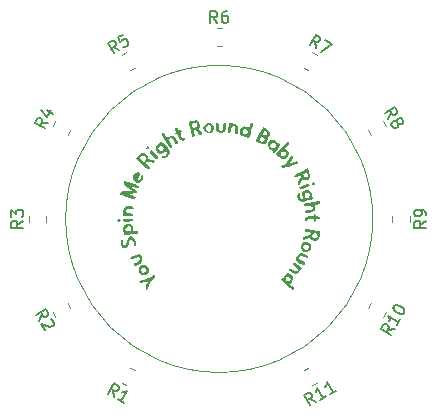
<source format=gbr>
%TF.GenerationSoftware,KiCad,Pcbnew,9.0.4*%
%TF.CreationDate,2026-01-01T20:18:17+00:00*%
%TF.ProjectId,rotary-switch,726f7461-7279-42d7-9377-697463682e6b,rev?*%
%TF.SameCoordinates,Original*%
%TF.FileFunction,Legend,Top*%
%TF.FilePolarity,Positive*%
%FSLAX46Y46*%
G04 Gerber Fmt 4.6, Leading zero omitted, Abs format (unit mm)*
G04 Created by KiCad (PCBNEW 9.0.4) date 2026-01-01 20:18:17*
%MOMM*%
%LPD*%
G01*
G04 APERTURE LIST*
%ADD10C,0.150000*%
%ADD11C,0.120000*%
%ADD12C,0.000000*%
%ADD13C,0.100000*%
G04 APERTURE END LIST*
D10*
X119392677Y-72736241D02*
X118865907Y-72490515D01*
X118897806Y-73021955D02*
X118397806Y-72155930D01*
X118397806Y-72155930D02*
X118727720Y-71965454D01*
X118727720Y-71965454D02*
X118834008Y-71959074D01*
X118834008Y-71959074D02*
X118899057Y-71976504D01*
X118899057Y-71976504D02*
X118987915Y-72035173D01*
X118987915Y-72035173D02*
X119059344Y-72158891D01*
X119059344Y-72158891D02*
X119065724Y-72265179D01*
X119065724Y-72265179D02*
X119048294Y-72330228D01*
X119048294Y-72330228D02*
X118989625Y-72419086D01*
X118989625Y-72419086D02*
X118659710Y-72609562D01*
X120217463Y-72260050D02*
X119722592Y-72545765D01*
X119970028Y-72402908D02*
X119470028Y-71536882D01*
X119470028Y-71536882D02*
X119458978Y-71708219D01*
X119458978Y-71708219D02*
X119424118Y-71838317D01*
X119424118Y-71838317D02*
X119365449Y-71927175D01*
X121042250Y-71783860D02*
X120547378Y-72069574D01*
X120794814Y-71926717D02*
X120294814Y-71060692D01*
X120294814Y-71060692D02*
X120283764Y-71232029D01*
X120283764Y-71232029D02*
X120248904Y-71362126D01*
X120248904Y-71362126D02*
X120190235Y-71450985D01*
X126037383Y-66562142D02*
X125458323Y-66612722D01*
X125751668Y-67057013D02*
X124885643Y-66557013D01*
X124885643Y-66557013D02*
X125076119Y-66227099D01*
X125076119Y-66227099D02*
X125164978Y-66168430D01*
X125164978Y-66168430D02*
X125230026Y-66151000D01*
X125230026Y-66151000D02*
X125336315Y-66157380D01*
X125336315Y-66157380D02*
X125460032Y-66228808D01*
X125460032Y-66228808D02*
X125518702Y-66317667D01*
X125518702Y-66317667D02*
X125536131Y-66382716D01*
X125536131Y-66382716D02*
X125529752Y-66489004D01*
X125529752Y-66489004D02*
X125339275Y-66818918D01*
X126513573Y-65737356D02*
X126227859Y-66232227D01*
X126370716Y-65984791D02*
X125504691Y-65484791D01*
X125504691Y-65484791D02*
X125580790Y-65638699D01*
X125580790Y-65638699D02*
X125615649Y-65768796D01*
X125615649Y-65768796D02*
X125609269Y-65875084D01*
X125957072Y-64701245D02*
X126004691Y-64618766D01*
X126004691Y-64618766D02*
X126093549Y-64560097D01*
X126093549Y-64560097D02*
X126158598Y-64542667D01*
X126158598Y-64542667D02*
X126264886Y-64549047D01*
X126264886Y-64549047D02*
X126453653Y-64603046D01*
X126453653Y-64603046D02*
X126659849Y-64722093D01*
X126659849Y-64722093D02*
X126800997Y-64858571D01*
X126800997Y-64858571D02*
X126859666Y-64947429D01*
X126859666Y-64947429D02*
X126877096Y-65012478D01*
X126877096Y-65012478D02*
X126870716Y-65118766D01*
X126870716Y-65118766D02*
X126823097Y-65201245D01*
X126823097Y-65201245D02*
X126734239Y-65259914D01*
X126734239Y-65259914D02*
X126669190Y-65277343D01*
X126669190Y-65277343D02*
X126562902Y-65270964D01*
X126562902Y-65270964D02*
X126374135Y-65216965D01*
X126374135Y-65216965D02*
X126167938Y-65097917D01*
X126167938Y-65097917D02*
X126026791Y-64961440D01*
X126026791Y-64961440D02*
X125968122Y-64872582D01*
X125968122Y-64872582D02*
X125950692Y-64807533D01*
X125950692Y-64807533D02*
X125957072Y-64701245D01*
X128704823Y-57416664D02*
X128228632Y-57749997D01*
X128704823Y-57988092D02*
X127704823Y-57988092D01*
X127704823Y-57988092D02*
X127704823Y-57607140D01*
X127704823Y-57607140D02*
X127752442Y-57511902D01*
X127752442Y-57511902D02*
X127800061Y-57464283D01*
X127800061Y-57464283D02*
X127895299Y-57416664D01*
X127895299Y-57416664D02*
X128038156Y-57416664D01*
X128038156Y-57416664D02*
X128133394Y-57464283D01*
X128133394Y-57464283D02*
X128181013Y-57511902D01*
X128181013Y-57511902D02*
X128228632Y-57607140D01*
X128228632Y-57607140D02*
X128228632Y-57988092D01*
X128704823Y-56940473D02*
X128704823Y-56749997D01*
X128704823Y-56749997D02*
X128657204Y-56654759D01*
X128657204Y-56654759D02*
X128609584Y-56607140D01*
X128609584Y-56607140D02*
X128466727Y-56511902D01*
X128466727Y-56511902D02*
X128276251Y-56464283D01*
X128276251Y-56464283D02*
X127895299Y-56464283D01*
X127895299Y-56464283D02*
X127800061Y-56511902D01*
X127800061Y-56511902D02*
X127752442Y-56559521D01*
X127752442Y-56559521D02*
X127704823Y-56654759D01*
X127704823Y-56654759D02*
X127704823Y-56845235D01*
X127704823Y-56845235D02*
X127752442Y-56940473D01*
X127752442Y-56940473D02*
X127800061Y-56988092D01*
X127800061Y-56988092D02*
X127895299Y-57035711D01*
X127895299Y-57035711D02*
X128133394Y-57035711D01*
X128133394Y-57035711D02*
X128228632Y-56988092D01*
X128228632Y-56988092D02*
X128276251Y-56940473D01*
X128276251Y-56940473D02*
X128323870Y-56845235D01*
X128323870Y-56845235D02*
X128323870Y-56654759D01*
X128323870Y-56654759D02*
X128276251Y-56559521D01*
X128276251Y-56559521D02*
X128228632Y-56511902D01*
X128228632Y-56511902D02*
X128133394Y-56464283D01*
X125487710Y-48805071D02*
X125733436Y-48278300D01*
X125201995Y-48310199D02*
X126068021Y-47810199D01*
X126068021Y-47810199D02*
X126258497Y-48140114D01*
X126258497Y-48140114D02*
X126264877Y-48246402D01*
X126264877Y-48246402D02*
X126247447Y-48311451D01*
X126247447Y-48311451D02*
X126188778Y-48400309D01*
X126188778Y-48400309D02*
X126065060Y-48471738D01*
X126065060Y-48471738D02*
X125958772Y-48478117D01*
X125958772Y-48478117D02*
X125893723Y-48460687D01*
X125893723Y-48460687D02*
X125804865Y-48402018D01*
X125804865Y-48402018D02*
X125614388Y-48072104D01*
X126268296Y-49014228D02*
X126261916Y-48907940D01*
X126261916Y-48907940D02*
X126279346Y-48842891D01*
X126279346Y-48842891D02*
X126338015Y-48754033D01*
X126338015Y-48754033D02*
X126379254Y-48730223D01*
X126379254Y-48730223D02*
X126485542Y-48723844D01*
X126485542Y-48723844D02*
X126550591Y-48741273D01*
X126550591Y-48741273D02*
X126639449Y-48799943D01*
X126639449Y-48799943D02*
X126734687Y-48964900D01*
X126734687Y-48964900D02*
X126741067Y-49071188D01*
X126741067Y-49071188D02*
X126723637Y-49136237D01*
X126723637Y-49136237D02*
X126664968Y-49225095D01*
X126664968Y-49225095D02*
X126623729Y-49248905D01*
X126623729Y-49248905D02*
X126517441Y-49255284D01*
X126517441Y-49255284D02*
X126452392Y-49237855D01*
X126452392Y-49237855D02*
X126363534Y-49179185D01*
X126363534Y-49179185D02*
X126268296Y-49014228D01*
X126268296Y-49014228D02*
X126179437Y-48955559D01*
X126179437Y-48955559D02*
X126114388Y-48938129D01*
X126114388Y-48938129D02*
X126008100Y-48944509D01*
X126008100Y-48944509D02*
X125843143Y-49039747D01*
X125843143Y-49039747D02*
X125784474Y-49128606D01*
X125784474Y-49128606D02*
X125767044Y-49193654D01*
X125767044Y-49193654D02*
X125773424Y-49299943D01*
X125773424Y-49299943D02*
X125868662Y-49464900D01*
X125868662Y-49464900D02*
X125957520Y-49523569D01*
X125957520Y-49523569D02*
X126022569Y-49540999D01*
X126022569Y-49540999D02*
X126128857Y-49534619D01*
X126128857Y-49534619D02*
X126293814Y-49439381D01*
X126293814Y-49439381D02*
X126352484Y-49350522D01*
X126352484Y-49350522D02*
X126369913Y-49285474D01*
X126369913Y-49285474D02*
X126363534Y-49179185D01*
X119350251Y-42789622D02*
X119299671Y-42210563D01*
X118855379Y-42503908D02*
X119355379Y-41637883D01*
X119355379Y-41637883D02*
X119685294Y-41828359D01*
X119685294Y-41828359D02*
X119743963Y-41917217D01*
X119743963Y-41917217D02*
X119761392Y-41982266D01*
X119761392Y-41982266D02*
X119755013Y-42088554D01*
X119755013Y-42088554D02*
X119683584Y-42212272D01*
X119683584Y-42212272D02*
X119594726Y-42270941D01*
X119594726Y-42270941D02*
X119529677Y-42288371D01*
X119529677Y-42288371D02*
X119423389Y-42281991D01*
X119423389Y-42281991D02*
X119093474Y-42091515D01*
X120138926Y-42090264D02*
X120716276Y-42423597D01*
X120716276Y-42423597D02*
X119845122Y-43075337D01*
X111027337Y-40648814D02*
X110694004Y-40172623D01*
X110455909Y-40648814D02*
X110455909Y-39648814D01*
X110455909Y-39648814D02*
X110836861Y-39648814D01*
X110836861Y-39648814D02*
X110932099Y-39696433D01*
X110932099Y-39696433D02*
X110979718Y-39744052D01*
X110979718Y-39744052D02*
X111027337Y-39839290D01*
X111027337Y-39839290D02*
X111027337Y-39982147D01*
X111027337Y-39982147D02*
X110979718Y-40077385D01*
X110979718Y-40077385D02*
X110932099Y-40125004D01*
X110932099Y-40125004D02*
X110836861Y-40172623D01*
X110836861Y-40172623D02*
X110455909Y-40172623D01*
X111884480Y-39648814D02*
X111694004Y-39648814D01*
X111694004Y-39648814D02*
X111598766Y-39696433D01*
X111598766Y-39696433D02*
X111551147Y-39744052D01*
X111551147Y-39744052D02*
X111455909Y-39886909D01*
X111455909Y-39886909D02*
X111408290Y-40077385D01*
X111408290Y-40077385D02*
X111408290Y-40458337D01*
X111408290Y-40458337D02*
X111455909Y-40553575D01*
X111455909Y-40553575D02*
X111503528Y-40601195D01*
X111503528Y-40601195D02*
X111598766Y-40648814D01*
X111598766Y-40648814D02*
X111789242Y-40648814D01*
X111789242Y-40648814D02*
X111884480Y-40601195D01*
X111884480Y-40601195D02*
X111932099Y-40553575D01*
X111932099Y-40553575D02*
X111979718Y-40458337D01*
X111979718Y-40458337D02*
X111979718Y-40220242D01*
X111979718Y-40220242D02*
X111932099Y-40125004D01*
X111932099Y-40125004D02*
X111884480Y-40077385D01*
X111884480Y-40077385D02*
X111789242Y-40029766D01*
X111789242Y-40029766D02*
X111598766Y-40029766D01*
X111598766Y-40029766D02*
X111503528Y-40077385D01*
X111503528Y-40077385D02*
X111455909Y-40125004D01*
X111455909Y-40125004D02*
X111408290Y-40220242D01*
X102749077Y-42956283D02*
X102222306Y-42710557D01*
X102254205Y-43241998D02*
X101754205Y-42375972D01*
X101754205Y-42375972D02*
X102084120Y-42185496D01*
X102084120Y-42185496D02*
X102190408Y-42179116D01*
X102190408Y-42179116D02*
X102255457Y-42196546D01*
X102255457Y-42196546D02*
X102344315Y-42255215D01*
X102344315Y-42255215D02*
X102415744Y-42378933D01*
X102415744Y-42378933D02*
X102422123Y-42485221D01*
X102422123Y-42485221D02*
X102404693Y-42550270D01*
X102404693Y-42550270D02*
X102346024Y-42639128D01*
X102346024Y-42639128D02*
X102016110Y-42829605D01*
X103032624Y-41637877D02*
X102620231Y-41875972D01*
X102620231Y-41875972D02*
X102817087Y-42312175D01*
X102817087Y-42312175D02*
X102834516Y-42247126D01*
X102834516Y-42247126D02*
X102893185Y-42158268D01*
X102893185Y-42158268D02*
X103099382Y-42039220D01*
X103099382Y-42039220D02*
X103205670Y-42032840D01*
X103205670Y-42032840D02*
X103270719Y-42050270D01*
X103270719Y-42050270D02*
X103359577Y-42108939D01*
X103359577Y-42108939D02*
X103478625Y-42315136D01*
X103478625Y-42315136D02*
X103485005Y-42421424D01*
X103485005Y-42421424D02*
X103467575Y-42486473D01*
X103467575Y-42486473D02*
X103408906Y-42575331D01*
X103408906Y-42575331D02*
X103202709Y-42694379D01*
X103202709Y-42694379D02*
X103096421Y-42700758D01*
X103096421Y-42700758D02*
X103031372Y-42683329D01*
X96733624Y-49093739D02*
X96154565Y-49144319D01*
X96447910Y-49588611D02*
X95581885Y-49088611D01*
X95581885Y-49088611D02*
X95772361Y-48758696D01*
X95772361Y-48758696D02*
X95861219Y-48700027D01*
X95861219Y-48700027D02*
X95926268Y-48682598D01*
X95926268Y-48682598D02*
X96032556Y-48688977D01*
X96032556Y-48688977D02*
X96156274Y-48760406D01*
X96156274Y-48760406D02*
X96214943Y-48849264D01*
X96214943Y-48849264D02*
X96232373Y-48914313D01*
X96232373Y-48914313D02*
X96225993Y-49020601D01*
X96225993Y-49020601D02*
X96035517Y-49350516D01*
X96584845Y-48018098D02*
X97162196Y-48351432D01*
X96135883Y-48033819D02*
X96635425Y-48597158D01*
X96635425Y-48597158D02*
X96944949Y-48061047D01*
X94592818Y-57416660D02*
X94116627Y-57749993D01*
X94592818Y-57988088D02*
X93592818Y-57988088D01*
X93592818Y-57988088D02*
X93592818Y-57607136D01*
X93592818Y-57607136D02*
X93640437Y-57511898D01*
X93640437Y-57511898D02*
X93688056Y-57464279D01*
X93688056Y-57464279D02*
X93783294Y-57416660D01*
X93783294Y-57416660D02*
X93926151Y-57416660D01*
X93926151Y-57416660D02*
X94021389Y-57464279D01*
X94021389Y-57464279D02*
X94069008Y-57511898D01*
X94069008Y-57511898D02*
X94116627Y-57607136D01*
X94116627Y-57607136D02*
X94116627Y-57988088D01*
X93592818Y-57083326D02*
X93592818Y-56464279D01*
X93592818Y-56464279D02*
X93973770Y-56797612D01*
X93973770Y-56797612D02*
X93973770Y-56654755D01*
X93973770Y-56654755D02*
X94021389Y-56559517D01*
X94021389Y-56559517D02*
X94069008Y-56511898D01*
X94069008Y-56511898D02*
X94164246Y-56464279D01*
X94164246Y-56464279D02*
X94402341Y-56464279D01*
X94402341Y-56464279D02*
X94497579Y-56511898D01*
X94497579Y-56511898D02*
X94545199Y-56559517D01*
X94545199Y-56559517D02*
X94592818Y-56654755D01*
X94592818Y-56654755D02*
X94592818Y-56940469D01*
X94592818Y-56940469D02*
X94545199Y-57035707D01*
X94545199Y-57035707D02*
X94497579Y-57083326D01*
X95945851Y-65861074D02*
X96191577Y-65334303D01*
X95660136Y-65366202D02*
X96526162Y-64866202D01*
X96526162Y-64866202D02*
X96716638Y-65196117D01*
X96716638Y-65196117D02*
X96723018Y-65302405D01*
X96723018Y-65302405D02*
X96705588Y-65367454D01*
X96705588Y-65367454D02*
X96646919Y-65456312D01*
X96646919Y-65456312D02*
X96523201Y-65527741D01*
X96523201Y-65527741D02*
X96416913Y-65534120D01*
X96416913Y-65534120D02*
X96351864Y-65516690D01*
X96351864Y-65516690D02*
X96263006Y-65458021D01*
X96263006Y-65458021D02*
X96072529Y-65128107D01*
X96919874Y-65738607D02*
X96984922Y-65756037D01*
X96984922Y-65756037D02*
X97073781Y-65814706D01*
X97073781Y-65814706D02*
X97192828Y-66020903D01*
X97192828Y-66020903D02*
X97199208Y-66127191D01*
X97199208Y-66127191D02*
X97181778Y-66192240D01*
X97181778Y-66192240D02*
X97123109Y-66281098D01*
X97123109Y-66281098D02*
X97040631Y-66328717D01*
X97040631Y-66328717D02*
X96893103Y-66358906D01*
X96893103Y-66358906D02*
X96112517Y-66149749D01*
X96112517Y-66149749D02*
X96422041Y-66685860D01*
X102294254Y-72331479D02*
X102243674Y-71752420D01*
X101799382Y-72045765D02*
X102299382Y-71179740D01*
X102299382Y-71179740D02*
X102629297Y-71370216D01*
X102629297Y-71370216D02*
X102687966Y-71459074D01*
X102687966Y-71459074D02*
X102705395Y-71524123D01*
X102705395Y-71524123D02*
X102699016Y-71630411D01*
X102699016Y-71630411D02*
X102627587Y-71754129D01*
X102627587Y-71754129D02*
X102538729Y-71812798D01*
X102538729Y-71812798D02*
X102473680Y-71830228D01*
X102473680Y-71830228D02*
X102367392Y-71823848D01*
X102367392Y-71823848D02*
X102037477Y-71633372D01*
X103119040Y-72807670D02*
X102624168Y-72521955D01*
X102871604Y-72664813D02*
X103371604Y-71798787D01*
X103371604Y-71798787D02*
X103217697Y-71874886D01*
X103217697Y-71874886D02*
X103087599Y-71909746D01*
X103087599Y-71909746D02*
X102981311Y-71903366D01*
D11*
%TO.C,R11*%
X119461135Y-71114987D02*
X119067852Y-71342049D01*
X118726144Y-69841927D02*
X118332861Y-70068989D01*
%TO.C,R10*%
X125286045Y-65123860D02*
X125058982Y-65517145D01*
X124012990Y-64388859D02*
X123785927Y-64782144D01*
%TO.C,R9*%
X127334995Y-57022946D02*
X127334997Y-57477073D01*
X125865003Y-57022927D02*
X125865005Y-57477054D01*
%TO.C,R8*%
X125058986Y-48982865D02*
X125286049Y-49376148D01*
X123785927Y-49717854D02*
X124012990Y-50111137D01*
%TO.C,R7*%
X119067861Y-43157957D02*
X119461146Y-43385019D01*
X118332854Y-44431007D02*
X118726139Y-44658069D01*
%TO.C,R6*%
X110966943Y-41109003D02*
X111421074Y-41109000D01*
X110966938Y-42578998D02*
X111421069Y-42578995D01*
%TO.C,R5*%
X102926863Y-43385011D02*
X103320148Y-43157948D01*
X103661862Y-44658068D02*
X104055147Y-44431005D01*
%TO.C,R4*%
X97101955Y-49376135D02*
X97329018Y-48982850D01*
X98375010Y-50111136D02*
X98602073Y-49717851D01*
%TO.C,R3*%
X95052999Y-57477055D02*
X95052999Y-57022929D01*
X96522997Y-57477059D02*
X96522997Y-57022933D01*
%TO.C,R2*%
X97329012Y-65517141D02*
X97101950Y-65123856D01*
X98602070Y-64782148D02*
X98375008Y-64388863D01*
%TO.C,R1*%
X103320140Y-71342046D02*
X102926855Y-71114982D01*
X104055145Y-70068992D02*
X103661860Y-69841928D01*
D12*
%TO.C,G\u002A\u002A\u002A*%
G36*
X105709719Y-62025217D02*
G01*
X105725045Y-62039501D01*
X105762075Y-62097857D01*
X105739823Y-62165639D01*
X105646560Y-62270201D01*
X105611305Y-62304779D01*
X105443083Y-62525705D01*
X105292208Y-62840553D01*
X105269870Y-62899767D01*
X105182171Y-63125973D01*
X105115644Y-63255263D01*
X105060973Y-63297616D01*
X105008845Y-63263012D01*
X104977121Y-63213434D01*
X104959341Y-63098913D01*
X105004744Y-62917370D01*
X105029939Y-62850107D01*
X105089736Y-62694941D01*
X105128116Y-62588709D01*
X105135794Y-62561906D01*
X105087806Y-62565083D01*
X104964336Y-62594143D01*
X104851576Y-62625576D01*
X104682842Y-62671111D01*
X104582465Y-62679971D01*
X104513114Y-62649932D01*
X104460746Y-62602279D01*
X104412353Y-62548396D01*
X104408778Y-62510274D01*
X104466626Y-62477410D01*
X104602504Y-62439298D01*
X104786648Y-62396105D01*
X105146300Y-62287277D01*
X105407118Y-62148011D01*
X105432739Y-62128657D01*
X105566854Y-62031119D01*
X105649176Y-61999690D01*
X105709719Y-62025217D01*
G37*
G36*
X117242007Y-61909397D02*
G01*
X117384124Y-62029440D01*
X117463306Y-62195114D01*
X117468521Y-62378278D01*
X117388736Y-62550787D01*
X117338320Y-62603767D01*
X117202116Y-62724616D01*
X117390384Y-62919146D01*
X117501105Y-63043574D01*
X117539836Y-63125152D01*
X117518737Y-63193665D01*
X117508446Y-63208370D01*
X117471385Y-63241716D01*
X117419999Y-63241099D01*
X117338935Y-63197222D01*
X117212839Y-63100787D01*
X117026358Y-62942500D01*
X116928373Y-62857119D01*
X116732062Y-62681939D01*
X116570804Y-62531411D01*
X116460879Y-62421206D01*
X116418563Y-62366997D01*
X116418507Y-62366277D01*
X116455465Y-62294110D01*
X116503006Y-62259000D01*
X116818011Y-62259000D01*
X116827635Y-62389776D01*
X116907739Y-62492990D01*
X117029885Y-62530087D01*
X117146588Y-62493006D01*
X117185509Y-62463391D01*
X117242668Y-62346767D01*
X117217888Y-62228014D01*
X117136012Y-62134584D01*
X117021879Y-62093930D01*
X116900331Y-62133506D01*
X116892582Y-62139662D01*
X116818011Y-62259000D01*
X116503006Y-62259000D01*
X116532792Y-62237002D01*
X116600161Y-62230751D01*
X116604255Y-62234143D01*
X116634969Y-62222352D01*
X116640826Y-62178081D01*
X116690671Y-62042069D01*
X116817332Y-61929856D01*
X116986499Y-61867982D01*
X117047987Y-61863128D01*
X117242007Y-61909397D01*
G37*
G36*
X104979712Y-61152921D02*
G01*
X105128184Y-61286339D01*
X105219211Y-61500196D01*
X105228149Y-61546462D01*
X105212960Y-61742014D01*
X105116665Y-61896651D01*
X104966007Y-61996058D01*
X104787731Y-62025921D01*
X104608579Y-61971925D01*
X104535568Y-61917170D01*
X104405898Y-61736971D01*
X104375528Y-61598655D01*
X104580313Y-61598655D01*
X104632271Y-61725241D01*
X104646691Y-61740853D01*
X104759026Y-61803173D01*
X104888711Y-61766359D01*
X104935919Y-61734960D01*
X105012154Y-61626572D01*
X105012055Y-61501301D01*
X104943602Y-61402197D01*
X104868730Y-61372538D01*
X104716963Y-61391747D01*
X104614684Y-61477305D01*
X104580313Y-61598655D01*
X104375528Y-61598655D01*
X104362305Y-61538431D01*
X104403071Y-61350326D01*
X104526476Y-61201433D01*
X104580320Y-61168212D01*
X104791266Y-61110145D01*
X104979712Y-61152921D01*
G37*
G36*
X117582323Y-60954131D02*
G01*
X117720855Y-61019263D01*
X117882184Y-61115830D01*
X118035721Y-61223922D01*
X118150873Y-61323633D01*
X118197052Y-61395054D01*
X118197063Y-61395807D01*
X118155472Y-61489001D01*
X118127588Y-61512992D01*
X118055241Y-61591022D01*
X117975912Y-61718543D01*
X117973009Y-61724179D01*
X117851121Y-61865306D01*
X117682234Y-61906968D01*
X117469369Y-61848969D01*
X117322080Y-61766432D01*
X117186396Y-61665166D01*
X117100952Y-61576415D01*
X117085865Y-61541800D01*
X117123981Y-61458205D01*
X117230054Y-61448532D01*
X117389635Y-61512099D01*
X117468214Y-61559860D01*
X117617150Y-61641414D01*
X117739693Y-61679318D01*
X117778837Y-61676818D01*
X117858924Y-61603318D01*
X117849588Y-61493211D01*
X117757436Y-61365886D01*
X117641264Y-61272943D01*
X117484313Y-61145669D01*
X117422437Y-61038512D01*
X117459292Y-60959918D01*
X117497181Y-60940340D01*
X117582323Y-60954131D01*
G37*
G36*
X104540182Y-60318570D02*
G01*
X104653729Y-60454621D01*
X104691155Y-60648192D01*
X104674116Y-60820976D01*
X104607997Y-60945045D01*
X104470296Y-61051453D01*
X104352587Y-61115378D01*
X104182141Y-61200550D01*
X104083787Y-61239034D01*
X104029873Y-61233213D01*
X103992749Y-61185467D01*
X103972636Y-61148100D01*
X103952412Y-61075844D01*
X103998062Y-61017482D01*
X104129012Y-60948930D01*
X104135773Y-60945873D01*
X104355901Y-60824865D01*
X104476528Y-60707318D01*
X104493265Y-60598329D01*
X104469700Y-60558044D01*
X104385600Y-60490692D01*
X104276918Y-60483988D01*
X104117457Y-60539821D01*
X104011921Y-60591054D01*
X103869817Y-60659710D01*
X103790622Y-60677837D01*
X103739173Y-60647236D01*
X103707305Y-60606661D01*
X103672606Y-60540101D01*
X103697512Y-60485351D01*
X103799171Y-60418614D01*
X103870211Y-60380590D01*
X104135595Y-60277373D01*
X104363195Y-60258094D01*
X104540182Y-60318570D01*
G37*
G36*
X118233701Y-60162981D02*
G01*
X118391569Y-60220574D01*
X118552810Y-60296594D01*
X118683618Y-60374702D01*
X118750190Y-60438559D01*
X118752861Y-60449406D01*
X118719884Y-60538560D01*
X118616234Y-60557815D01*
X118434836Y-60507610D01*
X118353155Y-60474351D01*
X118186291Y-60407437D01*
X118086575Y-60386269D01*
X118021422Y-60407502D01*
X117987686Y-60436869D01*
X117930646Y-60539516D01*
X117970772Y-60644049D01*
X118112730Y-60757556D01*
X118248270Y-60832685D01*
X118420528Y-60933448D01*
X118494543Y-61013837D01*
X118495044Y-61057264D01*
X118424219Y-61127484D01*
X118290510Y-61119641D01*
X118086498Y-61033208D01*
X118075476Y-61027425D01*
X117868464Y-60882701D01*
X117736403Y-60715218D01*
X117696844Y-60568149D01*
X117738258Y-60457401D01*
X117839521Y-60326271D01*
X117966161Y-60210210D01*
X118083708Y-60144669D01*
X118113009Y-60140152D01*
X118233701Y-60162981D01*
G37*
G36*
X118802529Y-59248485D02*
G01*
X118926680Y-59400041D01*
X118977138Y-59588959D01*
X118945550Y-59786201D01*
X118838758Y-59948149D01*
X118659843Y-60061170D01*
X118456745Y-60065875D01*
X118328458Y-60019567D01*
X118185259Y-59899403D01*
X118119790Y-59735449D01*
X118123365Y-59553837D01*
X118128311Y-59540444D01*
X118315902Y-59540444D01*
X118330128Y-59660494D01*
X118431749Y-59775732D01*
X118551028Y-59847514D01*
X118632370Y-59846905D01*
X118722686Y-59773327D01*
X118723878Y-59772137D01*
X118794175Y-59644611D01*
X118757779Y-59523115D01*
X118644729Y-59436502D01*
X118490308Y-59401204D01*
X118374997Y-59444933D01*
X118315902Y-59540444D01*
X118128311Y-59540444D01*
X118187299Y-59380698D01*
X118302908Y-59242163D01*
X118461506Y-59164366D01*
X118613035Y-59163328D01*
X118802529Y-59248485D01*
G37*
G36*
X103937215Y-58779755D02*
G01*
X104073200Y-58923299D01*
X104155901Y-59163757D01*
X104165818Y-59221534D01*
X104181093Y-59427494D01*
X104147871Y-59544164D01*
X104062205Y-59584095D01*
X104051751Y-59584354D01*
X103994807Y-59534126D01*
X103962245Y-59380507D01*
X103957767Y-59326043D01*
X103918278Y-59113175D01*
X103845136Y-58998205D01*
X103754725Y-58979769D01*
X103663428Y-59056503D01*
X103587632Y-59227045D01*
X103558659Y-59359253D01*
X103489243Y-59573330D01*
X103373741Y-59707470D01*
X103230638Y-59753938D01*
X103078418Y-59704998D01*
X102972213Y-59604648D01*
X102904569Y-59478340D01*
X102863369Y-59323908D01*
X102849955Y-59171387D01*
X102865671Y-59050814D01*
X102911860Y-58992226D01*
X102944934Y-58994819D01*
X103031490Y-59024177D01*
X103052600Y-59028555D01*
X103058103Y-59076537D01*
X103045432Y-59193851D01*
X103042618Y-59211768D01*
X103042465Y-59374265D01*
X103107707Y-59473674D01*
X103190425Y-59522188D01*
X103253862Y-59480998D01*
X103272965Y-59456039D01*
X103328848Y-59337283D01*
X103372886Y-59173435D01*
X103376777Y-59150999D01*
X103440485Y-58920743D01*
X103548145Y-58785226D01*
X103709508Y-58733419D01*
X103747091Y-58732129D01*
X103937215Y-58779755D01*
G37*
G36*
X118488857Y-58084612D02*
G01*
X118587456Y-58095178D01*
X118757113Y-58121938D01*
X118970356Y-58159616D01*
X119199714Y-58202936D01*
X119417717Y-58246621D01*
X119596894Y-58285394D01*
X119709773Y-58313980D01*
X119734001Y-58323772D01*
X119752674Y-58406468D01*
X119739986Y-58555050D01*
X119704142Y-58731526D01*
X119653345Y-58897901D01*
X119595799Y-59016182D01*
X119580512Y-59034602D01*
X119421020Y-59122364D01*
X119227034Y-59128595D01*
X119043128Y-59053193D01*
X118950717Y-58961336D01*
X118919601Y-58886454D01*
X118919487Y-58836415D01*
X118902996Y-58815426D01*
X118845905Y-58825818D01*
X118723991Y-58869921D01*
X118600017Y-58917197D01*
X118308222Y-59028102D01*
X118308222Y-58894010D01*
X118324087Y-58812320D01*
X118387790Y-58750281D01*
X118507235Y-58696860D01*
X119086341Y-58696860D01*
X119132084Y-58818928D01*
X119241202Y-58891461D01*
X119371522Y-58899161D01*
X119472861Y-58837085D01*
X119531504Y-58697875D01*
X119493380Y-58568841D01*
X119370902Y-58481043D01*
X119325571Y-58468556D01*
X119182802Y-58462611D01*
X119108644Y-58529658D01*
X119086391Y-58685640D01*
X119086341Y-58696860D01*
X118507235Y-58696860D01*
X118523492Y-58689589D01*
X118624333Y-58654549D01*
X118834198Y-58571684D01*
X118943613Y-58498193D01*
X118949681Y-58437607D01*
X118849505Y-58393459D01*
X118840180Y-58391436D01*
X118667987Y-58355548D01*
X118558332Y-58332748D01*
X118467563Y-58281197D01*
X118418455Y-58197025D01*
X118421774Y-58118679D01*
X118488283Y-58084606D01*
X118488857Y-58084612D01*
G37*
G36*
X103607251Y-57653509D02*
G01*
X103793743Y-57732729D01*
X103803298Y-57740193D01*
X103895180Y-57856324D01*
X103927485Y-58026760D01*
X103928195Y-58067367D01*
X103928195Y-58293406D01*
X104142935Y-58264603D01*
X104282522Y-58253155D01*
X104343954Y-58277517D01*
X104357675Y-58349778D01*
X104357675Y-58349862D01*
X104346452Y-58411828D01*
X104300840Y-58457118D01*
X104202930Y-58491300D01*
X104034812Y-58519943D01*
X103778575Y-58548614D01*
X103690717Y-58557202D01*
X103488468Y-58579180D01*
X103322001Y-58601802D01*
X103236666Y-58618028D01*
X103145926Y-58597654D01*
X103117202Y-58544554D01*
X103100889Y-58434979D01*
X103087571Y-58260188D01*
X103082276Y-58130392D01*
X103082626Y-58092864D01*
X103252740Y-58092864D01*
X103288996Y-58204751D01*
X103400441Y-58284730D01*
X103528827Y-58306017D01*
X103679912Y-58266611D01*
X103743535Y-58200018D01*
X103766690Y-58093783D01*
X103705693Y-57977467D01*
X103695728Y-57964924D01*
X103603082Y-57877169D01*
X103502419Y-57870442D01*
X103433070Y-57891436D01*
X103298492Y-57978586D01*
X103252740Y-58092864D01*
X103082626Y-58092864D01*
X103084041Y-57941248D01*
X103108727Y-57827227D01*
X103166672Y-57753008D01*
X103200212Y-57727438D01*
X103392740Y-57651393D01*
X103607251Y-57653509D01*
G37*
G36*
X102828262Y-57277219D02*
G01*
X102857019Y-57355213D01*
X102813734Y-57464285D01*
X102705075Y-57499219D01*
X102648594Y-57487290D01*
X102590471Y-57418663D01*
X102579120Y-57356527D01*
X102614257Y-57272275D01*
X102718069Y-57249999D01*
X102828262Y-57277219D01*
G37*
G36*
X103689936Y-57252320D02*
G01*
X103822709Y-57263009D01*
X103889077Y-57287656D01*
X103911400Y-57331851D01*
X103913036Y-57361159D01*
X103903754Y-57416544D01*
X103860998Y-57449737D01*
X103762410Y-57466329D01*
X103585630Y-57471910D01*
X103468397Y-57472319D01*
X103246859Y-57469998D01*
X103114086Y-57459309D01*
X103047718Y-57434662D01*
X103025395Y-57390467D01*
X103023759Y-57361159D01*
X103033041Y-57305774D01*
X103075797Y-57272581D01*
X103174385Y-57255989D01*
X103351165Y-57250408D01*
X103468397Y-57249999D01*
X103689936Y-57252320D01*
G37*
G36*
X119354556Y-56905430D02*
G01*
X119364240Y-56944310D01*
X119413952Y-57010498D01*
X119530980Y-57027680D01*
X119653028Y-57045148D01*
X119695999Y-57110145D01*
X119697719Y-57138839D01*
X119671516Y-57220205D01*
X119574021Y-57248852D01*
X119530980Y-57249999D01*
X119408931Y-57267468D01*
X119365960Y-57332464D01*
X119364240Y-57361159D01*
X119329487Y-57451687D01*
X119280870Y-57472319D01*
X119213043Y-57425685D01*
X119197500Y-57358114D01*
X119184949Y-57289621D01*
X119128433Y-57259420D01*
X118999658Y-57257088D01*
X118933496Y-57260849D01*
X118754215Y-57285888D01*
X118675184Y-57333406D01*
X118669492Y-57356527D01*
X118631197Y-57439764D01*
X118551611Y-57458983D01*
X118513173Y-57436423D01*
X118477162Y-57336515D01*
X118488441Y-57201505D01*
X118541658Y-57094376D01*
X118632224Y-57056444D01*
X118791052Y-57032284D01*
X118902927Y-57027680D01*
X119083478Y-57019670D01*
X119174636Y-56991703D01*
X119197500Y-56944310D01*
X119241990Y-56870624D01*
X119280870Y-56860940D01*
X119354556Y-56905430D01*
G37*
G36*
X103487163Y-56161608D02*
G01*
X103670008Y-56186543D01*
X103808824Y-56193982D01*
X103927731Y-56213180D01*
X103967682Y-56283524D01*
X103968616Y-56305141D01*
X103956510Y-56367099D01*
X103903283Y-56400649D01*
X103783567Y-56414201D01*
X103633393Y-56416301D01*
X103426915Y-56424977D01*
X103310287Y-56454083D01*
X103265906Y-56500379D01*
X103269850Y-56617763D01*
X103377632Y-56708742D01*
X103584273Y-56769600D01*
X103637933Y-56777955D01*
X103807621Y-56809977D01*
X103891030Y-56853885D01*
X103913036Y-56921736D01*
X103897174Y-56986036D01*
X103831230Y-57015386D01*
X103687670Y-57019908D01*
X103649032Y-57018785D01*
X103444283Y-57008285D01*
X103252649Y-56992827D01*
X103204548Y-56987485D01*
X103024069Y-56965080D01*
X103046427Y-56651011D01*
X103095718Y-56388826D01*
X103199071Y-56222956D01*
X103355941Y-56154005D01*
X103487163Y-56161608D01*
G37*
G36*
X119753299Y-55899970D02*
G01*
X119723812Y-56001121D01*
X119628244Y-56028001D01*
X119434784Y-56042937D01*
X119330244Y-56095581D01*
X119294487Y-56202144D01*
X119297269Y-56294401D01*
X119292489Y-56481085D01*
X119226951Y-56605679D01*
X119084802Y-56682714D01*
X118850186Y-56726721D01*
X118822336Y-56729730D01*
X118632996Y-56746562D01*
X118528761Y-56743650D01*
X118484473Y-56715345D01*
X118474975Y-56656002D01*
X118474962Y-56651754D01*
X118494446Y-56578768D01*
X118570573Y-56534124D01*
X118729855Y-56502855D01*
X118741624Y-56501216D01*
X118969978Y-56459299D01*
X119097588Y-56406710D01*
X119134799Y-56336766D01*
X119107205Y-56265039D01*
X119038805Y-56204220D01*
X118914245Y-56174262D01*
X118731824Y-56167602D01*
X118545393Y-56161757D01*
X118441733Y-56136640D01*
X118393013Y-56084077D01*
X118386300Y-56066148D01*
X118367635Y-55973533D01*
X118372622Y-55946334D01*
X118431922Y-55933862D01*
X118579854Y-55912190D01*
X118794561Y-55884293D01*
X119054183Y-55853147D01*
X119072446Y-55851040D01*
X119753299Y-55772699D01*
X119753299Y-55899970D01*
G37*
G36*
X118807596Y-54808017D02*
G01*
X118923500Y-54910993D01*
X119042281Y-55056227D01*
X119076969Y-55180952D01*
X119072384Y-55223184D01*
X119066765Y-55325681D01*
X119087566Y-55360284D01*
X119133814Y-55406195D01*
X119156245Y-55464638D01*
X119155302Y-55521256D01*
X119105786Y-55568687D01*
X118988464Y-55617538D01*
X118784104Y-55678414D01*
X118753087Y-55686957D01*
X118501672Y-55753775D01*
X118330843Y-55789670D01*
X118214460Y-55794796D01*
X118126384Y-55769308D01*
X118040474Y-55713363D01*
X118012095Y-55691355D01*
X117888435Y-55532780D01*
X117821678Y-55322825D01*
X117827034Y-55113153D01*
X117834247Y-55087258D01*
X117880492Y-55006739D01*
X117961878Y-55020279D01*
X117979182Y-55029180D01*
X118053225Y-55093147D01*
X118035337Y-55183631D01*
X118027079Y-55199605D01*
X118009590Y-55333064D01*
X118066458Y-55468793D01*
X118172408Y-55563489D01*
X118250628Y-55582603D01*
X118319632Y-55573222D01*
X118322638Y-55524601D01*
X118277479Y-55429759D01*
X118210319Y-55212174D01*
X118419382Y-55212174D01*
X118459712Y-55367306D01*
X118559550Y-55453883D01*
X118687168Y-55460926D01*
X118810840Y-55377453D01*
X118828887Y-55353903D01*
X118883901Y-55207425D01*
X118830521Y-55084287D01*
X118746322Y-55023305D01*
X118607002Y-55000531D01*
X118485388Y-55061003D01*
X118421653Y-55181514D01*
X118419382Y-55212174D01*
X118210319Y-55212174D01*
X118208129Y-55205079D01*
X118238016Y-55008785D01*
X118359363Y-54858405D01*
X118564396Y-54771468D01*
X118570000Y-54770360D01*
X118699591Y-54761681D01*
X118807596Y-54808017D01*
G37*
G36*
X103222374Y-54043275D02*
G01*
X103362430Y-54081806D01*
X103564912Y-54143831D01*
X103798375Y-54219730D01*
X104070820Y-54313830D01*
X104252262Y-54386097D01*
X104358745Y-54444657D01*
X104406314Y-54497637D01*
X104413255Y-54531181D01*
X104393780Y-54607595D01*
X104323497Y-54632371D01*
X104184621Y-54606539D01*
X104022514Y-54553782D01*
X103876648Y-54507461D01*
X103781931Y-54487052D01*
X103765438Y-54488917D01*
X103793635Y-54530998D01*
X103886594Y-54618195D01*
X103968638Y-54686660D01*
X104132412Y-54837767D01*
X104193000Y-54950248D01*
X104148497Y-55030536D01*
X103997000Y-55085067D01*
X103843562Y-55109354D01*
X103496187Y-55150682D01*
X103796888Y-55255125D01*
X103982747Y-55320826D01*
X104084319Y-55365348D01*
X104122132Y-55404532D01*
X104116713Y-55454217D01*
X104102928Y-55491278D01*
X104079141Y-55540269D01*
X104041404Y-55566101D01*
X103971467Y-55566052D01*
X103851081Y-55537402D01*
X103661997Y-55477430D01*
X103390922Y-55385120D01*
X103162331Y-55305497D01*
X102976653Y-55238866D01*
X102856628Y-55193505D01*
X102823432Y-55178484D01*
X102821771Y-55117932D01*
X102837391Y-55040279D01*
X102861144Y-54982797D01*
X102910960Y-54945912D01*
X103009340Y-54923911D01*
X103178789Y-54911083D01*
X103375185Y-54903757D01*
X103881436Y-54887855D01*
X103478707Y-54589554D01*
X103283768Y-54440243D01*
X103166922Y-54335006D01*
X103113319Y-54256943D01*
X103108105Y-54189155D01*
X103112353Y-54172705D01*
X103148209Y-54070525D01*
X103166111Y-54034500D01*
X103222374Y-54043275D01*
G37*
G36*
X118824244Y-54297837D02*
G01*
X118861230Y-54383554D01*
X118797511Y-54470860D01*
X118629311Y-54563228D01*
X118467647Y-54625707D01*
X118260189Y-54697642D01*
X118133983Y-54734710D01*
X118065287Y-54738553D01*
X118030361Y-54710816D01*
X118007171Y-54657580D01*
X117987332Y-54602360D01*
X117992171Y-54562747D01*
X118040543Y-54525365D01*
X118151297Y-54476838D01*
X118343286Y-54403788D01*
X118389155Y-54386540D01*
X118626073Y-54308096D01*
X118775462Y-54283460D01*
X118824244Y-54297837D01*
G37*
G36*
X119241583Y-54123241D02*
G01*
X119275919Y-54172456D01*
X119275920Y-54281381D01*
X119212901Y-54361450D01*
X119120578Y-54376812D01*
X119094767Y-54365071D01*
X119040724Y-54278898D01*
X119056567Y-54171777D01*
X119131173Y-54098881D01*
X119149460Y-54093751D01*
X119241583Y-54123241D01*
G37*
G36*
X118802921Y-53247735D02*
G01*
X118894133Y-53526951D01*
X118901598Y-53740602D01*
X118827079Y-53884891D01*
X118672342Y-53956026D01*
X118473719Y-53955437D01*
X118330894Y-53943908D01*
X118239680Y-53972990D01*
X118156856Y-54064538D01*
X118103817Y-54142481D01*
X117994124Y-54293316D01*
X117919803Y-54351058D01*
X117866834Y-54322198D01*
X117839098Y-54265046D01*
X117849345Y-54151808D01*
X117936636Y-53982461D01*
X117972101Y-53929941D01*
X118097362Y-53735016D01*
X118143346Y-53616528D01*
X118109680Y-53572614D01*
X117995988Y-53601411D01*
X117913775Y-53640057D01*
X117723306Y-53714523D01*
X117592202Y-53717721D01*
X117532481Y-53650154D01*
X117530104Y-53623933D01*
X117577103Y-53572025D01*
X117704854Y-53485250D01*
X117708491Y-53483143D01*
X118308222Y-53483143D01*
X118346608Y-53620780D01*
X118439909Y-53711299D01*
X118555342Y-53740136D01*
X118660124Y-53692732D01*
X118689807Y-53652638D01*
X118706992Y-53521459D01*
X118649982Y-53367265D01*
X118613566Y-53315643D01*
X118556689Y-53320267D01*
X118456343Y-53365853D01*
X118358408Y-53427230D01*
X118308766Y-53479230D01*
X118308222Y-53483143D01*
X117708491Y-53483143D01*
X117893483Y-53375979D01*
X118108173Y-53263998D01*
X118686241Y-52976505D01*
X118802921Y-53247735D01*
G37*
G36*
X104451830Y-53326418D02*
G01*
X104498848Y-53401629D01*
X104466588Y-53540623D01*
X104406699Y-53666003D01*
X104326449Y-53844533D01*
X104319481Y-53939725D01*
X104385859Y-53951882D01*
X104460559Y-53919636D01*
X104555470Y-53811860D01*
X104590374Y-53683199D01*
X104625412Y-53546029D01*
X104683331Y-53485978D01*
X104744228Y-53514930D01*
X104772258Y-53574589D01*
X104773541Y-53732121D01*
X104708951Y-53910518D01*
X104601210Y-54063505D01*
X104495695Y-54137880D01*
X104368141Y-54180514D01*
X104276862Y-54180658D01*
X104155341Y-54138141D01*
X104152491Y-54136993D01*
X104031602Y-54054119D01*
X103939059Y-53948100D01*
X103881859Y-53830671D01*
X103884429Y-53709533D01*
X103885711Y-53705038D01*
X104081012Y-53705038D01*
X104082248Y-53831837D01*
X104188370Y-53693718D01*
X104255785Y-53592063D01*
X104273714Y-53535034D01*
X104272901Y-53534007D01*
X104202658Y-53524717D01*
X104126868Y-53584843D01*
X104082760Y-53681202D01*
X104081012Y-53705038D01*
X103885711Y-53705038D01*
X103912480Y-53611204D01*
X104015847Y-53420308D01*
X104175540Y-53322237D01*
X104322951Y-53303829D01*
X104451830Y-53326418D01*
G37*
G36*
X104948128Y-51681576D02*
G01*
X105104432Y-51801926D01*
X105185450Y-51974857D01*
X105191373Y-52040450D01*
X105207224Y-52140557D01*
X105275776Y-52193200D01*
X105399798Y-52221159D01*
X105611845Y-52262556D01*
X105726766Y-52305920D01*
X105758409Y-52359668D01*
X105729044Y-52421331D01*
X105674990Y-52470371D01*
X105590992Y-52486141D01*
X105445705Y-52471276D01*
X105343318Y-52453728D01*
X105164744Y-52429289D01*
X105031877Y-52425721D01*
X104982974Y-52438230D01*
X104997702Y-52494115D01*
X105080497Y-52591866D01*
X105160499Y-52665013D01*
X105286879Y-52779302D01*
X105336597Y-52854230D01*
X105323292Y-52915264D01*
X105306538Y-52937733D01*
X105232035Y-53008291D01*
X105198463Y-53022606D01*
X105144261Y-52987961D01*
X105022995Y-52896254D01*
X104852934Y-52761660D01*
X104663365Y-52607432D01*
X104468156Y-52440098D01*
X104311690Y-52293299D01*
X104210454Y-52183399D01*
X104180435Y-52128145D01*
X104223259Y-52047150D01*
X104247159Y-52012573D01*
X104498609Y-52012573D01*
X104510185Y-52111466D01*
X104618506Y-52235318D01*
X104646319Y-52259071D01*
X104761228Y-52352532D01*
X104832899Y-52407269D01*
X104842718Y-52413056D01*
X104878431Y-52373526D01*
X104941244Y-52283432D01*
X104993157Y-52155609D01*
X104991566Y-52059569D01*
X104900426Y-51941023D01*
X104766141Y-51884467D01*
X104626644Y-51893520D01*
X104519870Y-51971796D01*
X104498609Y-52012573D01*
X104247159Y-52012573D01*
X104312201Y-51918477D01*
X104365740Y-51848570D01*
X104487666Y-51713946D01*
X104599242Y-51651503D01*
X104741716Y-51636432D01*
X104948128Y-51681576D01*
G37*
G36*
X117377795Y-51845608D02*
G01*
X117420532Y-51917298D01*
X117446916Y-52007080D01*
X117422095Y-52115283D01*
X117337985Y-52276497D01*
X117335643Y-52280498D01*
X117189676Y-52529572D01*
X117345995Y-52491713D01*
X117517652Y-52443696D01*
X117639612Y-52403133D01*
X117760790Y-52382796D01*
X117843814Y-52443991D01*
X117847462Y-52448899D01*
X117894426Y-52534958D01*
X117894784Y-52568616D01*
X117831207Y-52594256D01*
X117685864Y-52638754D01*
X117485121Y-52695199D01*
X117255343Y-52756679D01*
X117022896Y-52816281D01*
X116814144Y-52867094D01*
X116655455Y-52902204D01*
X116574632Y-52914720D01*
X116474083Y-52885660D01*
X116446297Y-52859190D01*
X116437893Y-52767335D01*
X116535592Y-52696703D01*
X116663427Y-52661967D01*
X116763579Y-52631640D01*
X116849145Y-52569371D01*
X116940058Y-52454012D01*
X117056253Y-52264418D01*
X117084597Y-52215175D01*
X117193248Y-52028992D01*
X117280390Y-51886599D01*
X117332235Y-51810245D01*
X117339890Y-51803172D01*
X117377795Y-51845608D01*
G37*
G36*
X117049035Y-50747416D02*
G01*
X117076583Y-50770032D01*
X117120162Y-50828609D01*
X117111381Y-50890585D01*
X117039240Y-50983611D01*
X116957483Y-51069402D01*
X116750739Y-51281127D01*
X116918102Y-51404864D01*
X117037220Y-51519618D01*
X117081906Y-51657103D01*
X117085465Y-51739568D01*
X117041225Y-51940723D01*
X116925572Y-52100292D01*
X116764105Y-52198446D01*
X116582425Y-52215355D01*
X116501877Y-52191602D01*
X116399781Y-52124532D01*
X116263193Y-52007107D01*
X116186504Y-51931639D01*
X116013261Y-51751927D01*
X116387244Y-51751927D01*
X116420662Y-51862778D01*
X116521614Y-51953770D01*
X116656457Y-51956320D01*
X116775806Y-51882572D01*
X116861730Y-51745004D01*
X116851585Y-51625994D01*
X116760343Y-51549230D01*
X116602975Y-51538403D01*
X116563463Y-51546589D01*
X116428972Y-51624013D01*
X116387244Y-51751927D01*
X116013261Y-51751927D01*
X115982292Y-51719802D01*
X116485615Y-51201095D01*
X116692914Y-50989667D01*
X116838607Y-50849016D01*
X116936991Y-50768710D01*
X117002367Y-50738321D01*
X117049035Y-50747416D01*
G37*
G36*
X105557773Y-51486924D02*
G01*
X105677258Y-51596508D01*
X105785399Y-51703658D01*
X105941840Y-51865395D01*
X106027521Y-51972103D01*
X106054195Y-52043237D01*
X106033613Y-52098254D01*
X106028013Y-52105317D01*
X105952795Y-52176780D01*
X105919103Y-52192231D01*
X105865270Y-52155392D01*
X105755946Y-52057826D01*
X105612659Y-51918964D01*
X105580475Y-51886585D01*
X105430081Y-51731108D01*
X105348245Y-51631782D01*
X105323964Y-51567133D01*
X105346231Y-51515685D01*
X105374640Y-51484926D01*
X105427282Y-51442219D01*
X105481387Y-51439190D01*
X105557773Y-51486924D01*
G37*
G36*
X106368505Y-50704035D02*
G01*
X106459433Y-50787095D01*
X106592099Y-50941096D01*
X106651048Y-51013510D01*
X106831100Y-51245417D01*
X106943328Y-51418074D01*
X106996772Y-51552532D01*
X107000472Y-51669842D01*
X106973825Y-51765134D01*
X106891781Y-51893660D01*
X106765358Y-52004188D01*
X106622549Y-52082801D01*
X106491350Y-52115582D01*
X106399753Y-52088614D01*
X106381142Y-52059775D01*
X106372899Y-51947524D01*
X106431009Y-51887802D01*
X106494983Y-51893267D01*
X106596064Y-51880924D01*
X106694831Y-51797892D01*
X106759470Y-51680658D01*
X106764566Y-51584111D01*
X106720119Y-51479016D01*
X106670160Y-51433018D01*
X106638696Y-51463554D01*
X106636450Y-51491051D01*
X106587281Y-51595212D01*
X106464424Y-51686394D01*
X106304853Y-51741115D01*
X106232498Y-51747592D01*
X106048380Y-51699496D01*
X105908001Y-51574977D01*
X105823138Y-51403692D01*
X105808553Y-51247334D01*
X106030406Y-51247334D01*
X106068206Y-51382023D01*
X106112411Y-51437933D01*
X106248045Y-51516141D01*
X106381411Y-51501986D01*
X106469710Y-51414113D01*
X106494236Y-51266509D01*
X106427621Y-51132126D01*
X106300363Y-51052016D01*
X106161649Y-51051195D01*
X106066609Y-51126679D01*
X106030406Y-51247334D01*
X105808553Y-51247334D01*
X105805565Y-51215299D01*
X105867059Y-51039453D01*
X105924392Y-50971639D01*
X106036225Y-50889589D01*
X106122202Y-50858314D01*
X106172162Y-50829797D01*
X106165745Y-50805523D01*
X106181217Y-50742037D01*
X106240361Y-50695337D01*
X106301440Y-50678065D01*
X106368505Y-50704035D01*
G37*
G36*
X115941824Y-50603826D02*
G01*
X116078528Y-50723726D01*
X116158572Y-50807605D01*
X116208265Y-50827684D01*
X116208679Y-50827296D01*
X116260522Y-50840597D01*
X116305114Y-50883414D01*
X116330764Y-50942289D01*
X116310879Y-51024459D01*
X116236246Y-51152150D01*
X116132400Y-51299986D01*
X116010236Y-51461337D01*
X115910692Y-51580172D01*
X115852957Y-51633799D01*
X115849284Y-51634812D01*
X115791274Y-51594535D01*
X115738650Y-51525273D01*
X115657355Y-51437985D01*
X115599229Y-51414113D01*
X115485076Y-51365991D01*
X115380540Y-51247759D01*
X115315422Y-51098618D01*
X115313262Y-51081108D01*
X115527529Y-51081108D01*
X115554813Y-51196699D01*
X115566282Y-51210320D01*
X115665146Y-51245419D01*
X115799479Y-51233932D01*
X115906527Y-51181317D01*
X115907172Y-51180678D01*
X115977843Y-51053975D01*
X115966909Y-50928754D01*
X115894898Y-50832393D01*
X115782340Y-50792273D01*
X115649762Y-50835774D01*
X115648982Y-50836319D01*
X115562695Y-50943904D01*
X115527529Y-51081108D01*
X115313262Y-51081108D01*
X115306910Y-51029600D01*
X115328468Y-50827182D01*
X115406068Y-50693695D01*
X115535485Y-50604970D01*
X115745370Y-50551319D01*
X115941824Y-50603826D01*
G37*
G36*
X117363365Y-51553063D02*
G01*
X117335575Y-51580853D01*
X117307785Y-51553063D01*
X117335575Y-51525273D01*
X117363365Y-51553063D01*
G37*
G36*
X105188687Y-51111618D02*
G01*
X105225740Y-51146760D01*
X105282769Y-51253306D01*
X105240589Y-51332965D01*
X105135794Y-51358533D01*
X105028950Y-51329574D01*
X104993548Y-51297620D01*
X104998233Y-51215758D01*
X105045847Y-51146760D01*
X105123312Y-51086408D01*
X105188687Y-51111618D01*
G37*
G36*
X106518920Y-49975263D02*
G01*
X106592457Y-50077293D01*
X106626796Y-50134409D01*
X106725192Y-50286304D01*
X106797143Y-50347478D01*
X106863187Y-50327954D01*
X106914349Y-50274726D01*
X107014767Y-50217093D01*
X107163465Y-50191439D01*
X107171955Y-50191356D01*
X107280981Y-50201607D01*
X107366734Y-50246711D01*
X107455959Y-50348192D01*
X107560298Y-50503896D01*
X107666238Y-50679871D01*
X107711469Y-50787880D01*
X107702966Y-50848137D01*
X107684663Y-50864314D01*
X107602930Y-50903729D01*
X107536482Y-50888057D01*
X107460418Y-50802088D01*
X107379167Y-50677680D01*
X107258013Y-50498558D01*
X107168561Y-50407711D01*
X107094729Y-50393049D01*
X107041268Y-50423660D01*
X106975477Y-50545646D01*
X107005009Y-50720766D01*
X107080881Y-50870866D01*
X107169078Y-51038944D01*
X107183619Y-51143909D01*
X107126027Y-51204533D01*
X107108554Y-51212017D01*
X107018637Y-51187749D01*
X106905718Y-51054748D01*
X106888760Y-51028540D01*
X106684947Y-50704692D01*
X106534707Y-50461590D01*
X106431866Y-50286239D01*
X106370252Y-50165645D01*
X106343693Y-50086815D01*
X106346015Y-50036754D01*
X106371046Y-50002469D01*
X106393057Y-49985043D01*
X106461046Y-49950004D01*
X106518920Y-49975263D01*
G37*
G36*
X114987270Y-49497528D02*
G01*
X115110811Y-49571395D01*
X115231153Y-49649452D01*
X115430912Y-49815115D01*
X115520933Y-49973634D01*
X115502136Y-50128424D01*
X115396508Y-50264085D01*
X115294869Y-50397424D01*
X115288181Y-50514801D01*
X115281400Y-50653613D01*
X115228715Y-50774846D01*
X115094752Y-50885633D01*
X114900278Y-50906655D01*
X114650486Y-50837809D01*
X114542686Y-50788337D01*
X114403885Y-50708678D01*
X114318946Y-50640787D01*
X114306472Y-50617980D01*
X114331120Y-50547263D01*
X114340828Y-50526590D01*
X114617164Y-50526590D01*
X114631448Y-50591737D01*
X114724779Y-50652844D01*
X114736815Y-50659375D01*
X114850166Y-50710106D01*
X114922689Y-50693884D01*
X114988162Y-50626379D01*
X115051344Y-50524281D01*
X115030523Y-50444058D01*
X115020524Y-50431240D01*
X114914145Y-50336302D01*
X114854857Y-50298548D01*
X114775276Y-50280381D01*
X114709017Y-50340921D01*
X114669250Y-50410757D01*
X114617164Y-50526590D01*
X114340828Y-50526590D01*
X114396500Y-50408037D01*
X114489765Y-50224146D01*
X114594659Y-50025880D01*
X114895130Y-50025880D01*
X114901732Y-50087859D01*
X114959536Y-50131325D01*
X115106697Y-50185843D01*
X115207689Y-50144721D01*
X115241864Y-50094091D01*
X115269291Y-49949766D01*
X115189374Y-49833777D01*
X115137236Y-49800727D01*
X115055881Y-49779119D01*
X114991082Y-49833931D01*
X114947551Y-49909762D01*
X114895130Y-50025880D01*
X114594659Y-50025880D01*
X114598070Y-50019432D01*
X114708568Y-49817739D01*
X114808413Y-49642909D01*
X114884759Y-49518784D01*
X114924760Y-49469209D01*
X114925464Y-49469113D01*
X114987270Y-49497528D01*
G37*
G36*
X107696081Y-49576672D02*
G01*
X107712490Y-49619014D01*
X107771550Y-49717721D01*
X107868780Y-49728051D01*
X107887330Y-49723810D01*
X107998898Y-49729836D01*
X108052697Y-49791103D01*
X108029428Y-49871485D01*
X107984901Y-49906428D01*
X107932266Y-49947313D01*
X107925942Y-50007949D01*
X107967262Y-50121802D01*
X107996071Y-50186730D01*
X108075591Y-50333000D01*
X108147779Y-50388353D01*
X108196871Y-50384557D01*
X108300763Y-50387010D01*
X108340395Y-50451546D01*
X108298994Y-50539745D01*
X108273924Y-50561057D01*
X108109512Y-50631039D01*
X107960119Y-50591318D01*
X107896306Y-50535121D01*
X107813301Y-50410646D01*
X107741777Y-50252839D01*
X107741688Y-50252584D01*
X107678646Y-50126185D01*
X107601724Y-50092972D01*
X107577843Y-50097206D01*
X107487080Y-50085529D01*
X107441707Y-50023630D01*
X107462939Y-49954671D01*
X107497500Y-49933724D01*
X107546512Y-49898943D01*
X107537625Y-49830766D01*
X107494588Y-49740238D01*
X107443287Y-49627027D01*
X107455043Y-49570323D01*
X107537647Y-49530097D01*
X107638666Y-49512419D01*
X107696081Y-49576672D01*
G37*
G36*
X114015633Y-49087751D02*
G01*
X114061663Y-49156900D01*
X114058330Y-49236266D01*
X114027429Y-49389433D01*
X113976597Y-49590602D01*
X113913472Y-49813975D01*
X113845689Y-50033755D01*
X113780885Y-50224144D01*
X113726697Y-50359342D01*
X113690762Y-50413553D01*
X113689636Y-50413675D01*
X113619964Y-50378705D01*
X113566730Y-50332952D01*
X113489103Y-50280468D01*
X113455325Y-50282912D01*
X113378496Y-50292195D01*
X113250390Y-50256256D01*
X113111739Y-50192250D01*
X113003273Y-50117332D01*
X112972128Y-50079399D01*
X112928475Y-49916851D01*
X113182857Y-49916851D01*
X113244712Y-50024947D01*
X113351467Y-50079406D01*
X113472232Y-50067001D01*
X113576117Y-49974506D01*
X113595120Y-49938890D01*
X113629387Y-49820114D01*
X113585806Y-49726498D01*
X113548535Y-49686616D01*
X113414821Y-49611049D01*
X113289477Y-49639561D01*
X113197559Y-49766330D01*
X113196791Y-49768343D01*
X113182857Y-49916851D01*
X112928475Y-49916851D01*
X112919782Y-49884482D01*
X112952290Y-49692318D01*
X113054302Y-49531845D01*
X113210465Y-49432004D01*
X113325491Y-49413238D01*
X113489902Y-49437997D01*
X113616728Y-49492462D01*
X113687770Y-49532776D01*
X113732328Y-49513240D01*
X113770991Y-49414664D01*
X113795621Y-49325722D01*
X113860445Y-49165530D01*
X113939329Y-49082686D01*
X114015633Y-49087751D01*
G37*
G36*
X109409979Y-48960515D02*
G01*
X109526389Y-49084686D01*
X109579254Y-49258055D01*
X109556226Y-49453147D01*
X109521465Y-49533999D01*
X109496022Y-49616850D01*
X109527755Y-49701948D01*
X109630031Y-49822007D01*
X109645877Y-49838458D01*
X109753413Y-49958838D01*
X109786686Y-50030402D01*
X109755676Y-50076863D01*
X109748280Y-50081769D01*
X109671550Y-50121741D01*
X109605026Y-50118742D01*
X109522397Y-50060254D01*
X109397350Y-49933759D01*
X109365275Y-49899562D01*
X109211413Y-49757477D01*
X109108070Y-49710463D01*
X109059332Y-49757182D01*
X109069281Y-49896297D01*
X109093911Y-49988418D01*
X109129601Y-50133504D01*
X109118633Y-50212618D01*
X109078646Y-50250163D01*
X108985361Y-50294257D01*
X108926680Y-50266235D01*
X108880196Y-50149727D01*
X108865024Y-50094091D01*
X108824256Y-49936221D01*
X108768006Y-49715991D01*
X108707877Y-49478848D01*
X108703063Y-49459778D01*
X108633079Y-49182453D01*
X108897646Y-49182453D01*
X108910377Y-49286548D01*
X108929021Y-49362092D01*
X108973160Y-49501573D01*
X109023952Y-49555057D01*
X109102996Y-49546865D01*
X109231522Y-49492351D01*
X109290389Y-49455210D01*
X109355538Y-49349489D01*
X109317253Y-49213877D01*
X109286326Y-49167176D01*
X109198323Y-49098004D01*
X109063893Y-49099578D01*
X109042876Y-49103926D01*
X108936538Y-49133539D01*
X108897646Y-49182453D01*
X108633079Y-49182453D01*
X108595588Y-49033889D01*
X108835598Y-48973454D01*
X109027781Y-48934824D01*
X109206278Y-48914123D01*
X109242374Y-48913019D01*
X109409979Y-48960515D01*
G37*
G36*
X112266073Y-49148562D02*
G01*
X112503547Y-49202765D01*
X112653697Y-49246098D01*
X112737565Y-49292468D01*
X112776191Y-49355783D01*
X112790614Y-49449950D01*
X112794193Y-49497639D01*
X112794842Y-49741850D01*
X112762207Y-49935264D01*
X112702066Y-50058061D01*
X112621400Y-50090668D01*
X112565805Y-50064556D01*
X112538263Y-49997214D01*
X112532748Y-49862432D01*
X112538030Y-49728018D01*
X112544567Y-49539148D01*
X112534103Y-49434103D01*
X112498640Y-49385915D01*
X112431189Y-49367758D01*
X112330903Y-49384811D01*
X112255579Y-49477760D01*
X112197324Y-49660105D01*
X112167017Y-49819657D01*
X112130456Y-49961915D01*
X112074977Y-50013563D01*
X112038424Y-50012332D01*
X111978356Y-49965472D01*
X111951347Y-49848199D01*
X111956570Y-49648381D01*
X111993201Y-49353887D01*
X111993476Y-49352061D01*
X112032019Y-49096356D01*
X112266073Y-49148562D01*
G37*
G36*
X110519475Y-49167143D02*
G01*
X110665562Y-49270275D01*
X110741348Y-49414144D01*
X110766141Y-49621595D01*
X110704258Y-49799857D01*
X110578467Y-49934438D01*
X110411536Y-50010849D01*
X110226236Y-50014596D01*
X110045333Y-49931191D01*
X109996506Y-49888193D01*
X109883402Y-49710427D01*
X109872968Y-49618142D01*
X110092616Y-49618142D01*
X110151993Y-49731111D01*
X110164249Y-49745034D01*
X110249510Y-49832437D01*
X110311964Y-49849765D01*
X110404385Y-49808450D01*
X110419535Y-49800341D01*
X110508453Y-49693725D01*
X110527041Y-49584827D01*
X110490335Y-49423471D01*
X110399900Y-49329759D01*
X110285261Y-49311094D01*
X110175942Y-49374874D01*
X110115098Y-49481570D01*
X110092616Y-49618142D01*
X109872968Y-49618142D01*
X109861856Y-49519864D01*
X109921156Y-49343244D01*
X110050591Y-49207311D01*
X110239449Y-49138806D01*
X110298062Y-49135338D01*
X110519475Y-49167143D01*
G37*
G36*
X111700723Y-49091926D02*
G01*
X111734271Y-49145378D01*
X111747754Y-49265534D01*
X111749798Y-49413238D01*
X111739920Y-49626785D01*
X111704577Y-49764713D01*
X111638638Y-49857877D01*
X111473160Y-49951401D01*
X111276313Y-49954688D01*
X111081317Y-49867969D01*
X111062545Y-49853843D01*
X110978508Y-49773806D01*
X110934371Y-49678879D01*
X110917857Y-49531791D01*
X110916100Y-49409204D01*
X110920255Y-49224320D01*
X110938468Y-49124912D01*
X110979360Y-49085428D01*
X111027260Y-49079759D01*
X111096335Y-49095869D01*
X111129251Y-49162974D01*
X111138343Y-49309236D01*
X111138419Y-49333522D01*
X111159850Y-49569505D01*
X111219968Y-49730163D01*
X111312518Y-49800414D01*
X111332949Y-49802297D01*
X111430876Y-49750654D01*
X111497545Y-49605781D01*
X111526697Y-49382757D01*
X111527478Y-49333522D01*
X111534535Y-49175832D01*
X111563931Y-49100690D01*
X111628000Y-49079932D01*
X111638638Y-49079759D01*
X111700723Y-49091926D01*
G37*
D13*
%TO.C,SW1*%
X111194000Y-70250000D02*
X111194000Y-70250000D01*
X111194000Y-44250000D02*
X111194000Y-44250000D01*
X111194000Y-70250000D02*
G75*
G02*
X111194000Y-44250000I0J13000000D01*
G01*
X111194000Y-44250000D02*
G75*
G02*
X111194000Y-70250000I0J-13000000D01*
G01*
%TD*%
M02*

</source>
